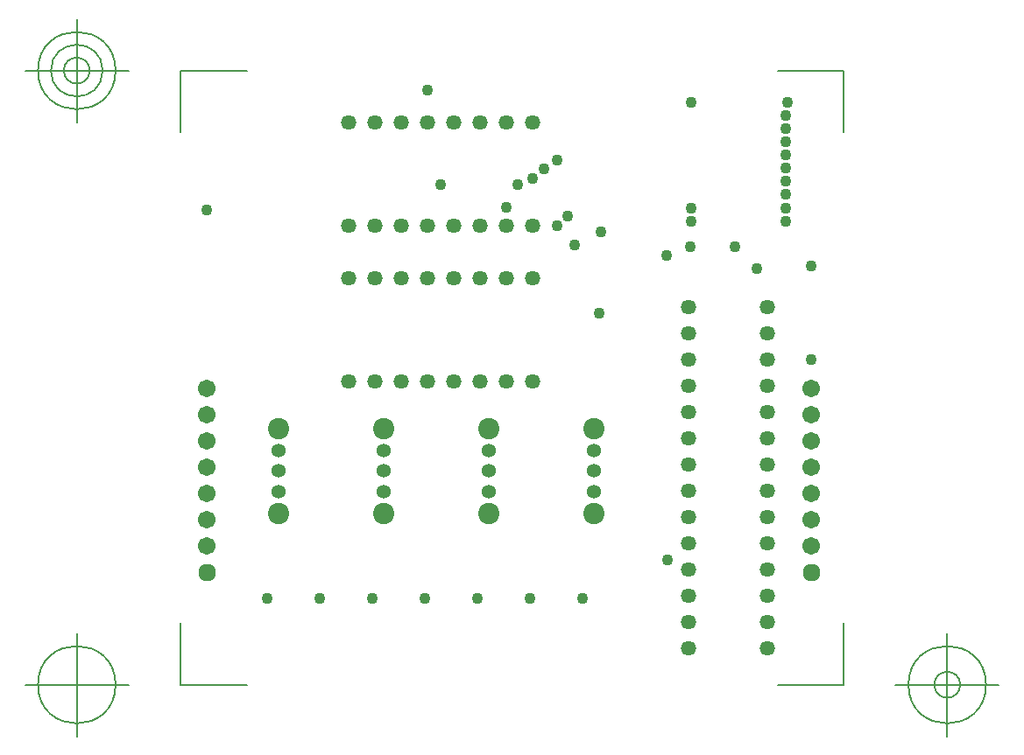
<source format=gbr>
G04 Generated by Ultiboard 11.0 *
%FSLAX25Y25*%
%MOIN*%

%ADD10C,0.00500*%
%ADD11C,0.04337*%
%ADD12C,0.05737*%
%ADD13C,0.08099*%
%ADD14C,0.05343*%
%ADD15C,0.06734*%
%ADD16R,0.02083X0.02083*%
%ADD17C,0.04317*%


G04 ColorRGB 9900CC for the following layer *
%LNSolder Mask Bottom*%
%LPD*%
%FSLAX25Y25*%
%MOIN*%
G54D10*
X2500Y-1500D02*
X2500Y21900D01*
X2500Y-1500D02*
X27750Y-1500D01*
X255000Y-1500D02*
X229750Y-1500D01*
X255000Y-1500D02*
X255000Y21900D01*
X255000Y232500D02*
X255000Y209100D01*
X255000Y232500D02*
X229750Y232500D01*
X2500Y232500D02*
X27750Y232500D01*
X2500Y232500D02*
X2500Y209100D01*
X-17185Y-1500D02*
X-56555Y-1500D01*
X-36870Y-21185D02*
X-36870Y18185D01*
X-51634Y-1500D02*
G75*
D01*
G02X-51634Y-1500I14764J0*
G01*
X274685Y-1500D02*
X314055Y-1500D01*
X294370Y-21185D02*
X294370Y18185D01*
X279606Y-1500D02*
G75*
D01*
G02X279606Y-1500I14764J0*
G01*
X289449Y-1500D02*
G75*
D01*
G02X289449Y-1500I4921J0*
G01*
X-17185Y232500D02*
X-56555Y232500D01*
X-36870Y212815D02*
X-36870Y252185D01*
X-51634Y232500D02*
G75*
D01*
G02X-51634Y232500I14764J0*
G01*
X-46713Y232500D02*
G75*
D01*
G02X-46713Y232500I9843J0*
G01*
X-41791Y232500D02*
G75*
D01*
G02X-41791Y232500I4921J0*
G01*
G54D11*
X126500Y180500D03*
X35500Y31500D03*
X55500Y31500D03*
X95500Y31500D03*
X75500Y31500D03*
X115500Y31500D03*
X12500Y179500D03*
X101500Y189000D03*
X96500Y225000D03*
X188000Y46000D03*
X155500Y31500D03*
X135500Y31500D03*
X242500Y122500D03*
X187500Y162000D03*
X136500Y191500D03*
X131000Y189000D03*
X146000Y173500D03*
X152500Y166000D03*
X150000Y177000D03*
X162000Y140000D03*
X162500Y171000D03*
X141000Y195000D03*
X146000Y198500D03*
X233000Y190500D03*
X222000Y157000D03*
X197000Y175000D03*
X196500Y165500D03*
X197000Y180000D03*
X213500Y165500D03*
X242500Y158000D03*
X233000Y175000D03*
X233000Y180000D03*
X233000Y185500D03*
X197000Y220500D03*
X233500Y220500D03*
X233000Y205500D03*
X233000Y200500D03*
X233000Y195500D03*
X233000Y215500D03*
X233000Y210500D03*
G54D12*
X126500Y114000D03*
X126500Y153370D03*
X66500Y114000D03*
X96500Y114000D03*
X76500Y114000D03*
X86500Y114000D03*
X106500Y114000D03*
X116500Y114000D03*
X66500Y153370D03*
X96500Y153370D03*
X76500Y153370D03*
X86500Y153370D03*
X106500Y153370D03*
X116500Y153370D03*
X136500Y114000D03*
X136500Y153370D03*
X126500Y173500D03*
X126500Y212870D03*
X66500Y173500D03*
X66500Y212870D03*
X96500Y173500D03*
X76500Y173500D03*
X86500Y173500D03*
X106500Y173500D03*
X116500Y173500D03*
X96500Y212870D03*
X76500Y212870D03*
X86500Y212870D03*
X106500Y212870D03*
X116500Y212870D03*
X136500Y173500D03*
X136500Y212870D03*
X196000Y62500D03*
X226000Y62500D03*
X196000Y32500D03*
X196000Y12500D03*
X196000Y22500D03*
X196000Y42500D03*
X196000Y52500D03*
X226000Y32500D03*
X226000Y12500D03*
X226000Y22500D03*
X226000Y42500D03*
X226000Y52500D03*
X196000Y92500D03*
X196000Y72500D03*
X196000Y82500D03*
X196000Y112500D03*
X196000Y102500D03*
X196000Y122500D03*
X226000Y92500D03*
X226000Y72500D03*
X226000Y82500D03*
X226000Y112500D03*
X226000Y102500D03*
X226000Y122500D03*
X196000Y142500D03*
X196000Y132500D03*
X226000Y142500D03*
X226000Y132500D03*
G54D13*
X120000Y63858D03*
X120000Y96142D03*
X40000Y63858D03*
X40000Y96142D03*
X80000Y63858D03*
X80000Y96142D03*
X160000Y63858D03*
X160000Y96142D03*
G54D14*
X120000Y80000D03*
X120000Y72126D03*
X120000Y87874D03*
X40000Y80000D03*
X40000Y72126D03*
X40000Y87874D03*
X80000Y87874D03*
X80000Y72126D03*
X80000Y80000D03*
X160000Y87874D03*
X160000Y72126D03*
X160000Y80000D03*
G54D15*
X12500Y61500D03*
X12500Y51500D03*
X12500Y91500D03*
X12500Y71500D03*
X12500Y81500D03*
X12500Y111500D03*
X12500Y101500D03*
X242500Y61500D03*
X242500Y51500D03*
X242500Y91500D03*
X242500Y81500D03*
X242500Y71500D03*
X242500Y111500D03*
X242500Y101500D03*
G54D16*
X12500Y41500D03*
X242500Y41500D03*
G54D17*
X11459Y40459D02*
X13541Y40459D01*
X13541Y42541D01*
X11459Y42541D01*
X11459Y40459D01*D02*
X241459Y40459D02*
X243541Y40459D01*
X243541Y42541D01*
X241459Y42541D01*
X241459Y40459D01*D02*

M00*

</source>
